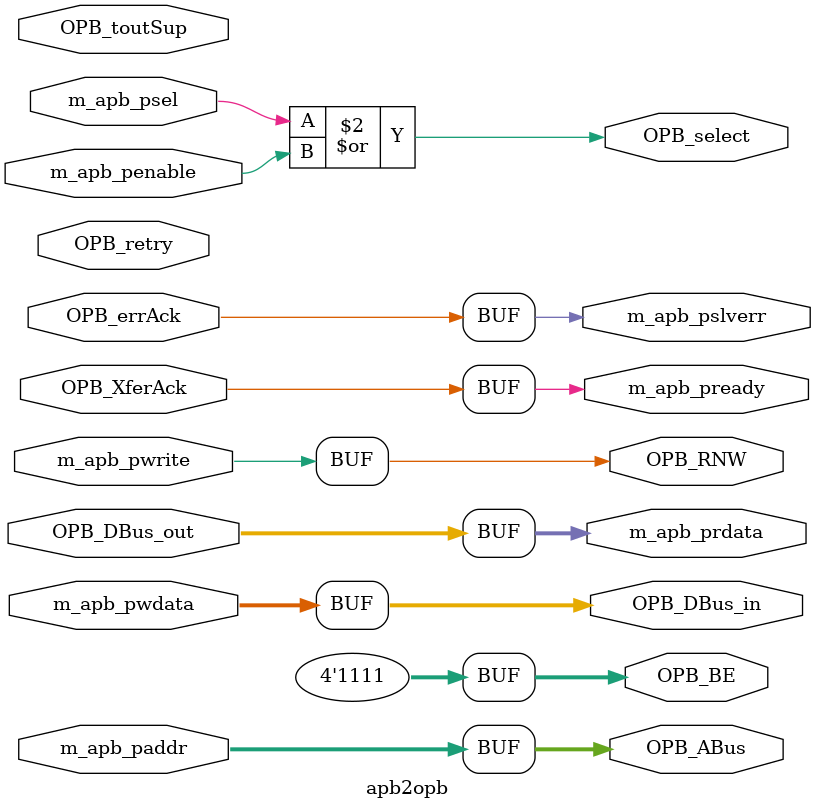
<source format=sv>
module apb2opb #(
	parameter int DATA_WIDTH = 32,
	parameter int ADDR_WIDTH = 32
) (
	// OPB intf
	output logic [ADDR_WIDTH-1:0] OPB_ABus     ,
	output logic [           3:0] OPB_BE       ,
	output logic [DATA_WIDTH-1:0] OPB_DBus_in  ,
	output logic                  OPB_RNW      ,
	output logic                  OPB_select   ,
	input  logic [DATA_WIDTH-1:0] OPB_DBus_out ,
	input  logic                  OPB_XferAck  ,
	input  logic                  OPB_retry    ,
	input  logic                  OPB_toutSup  ,
	input  logic                  OPB_errAck   ,
	// APB intf
	input  logic [ADDR_WIDTH-1:0] m_apb_paddr  ,
	input  logic                  m_apb_penable,
	output logic [DATA_WIDTH-1:0] m_apb_prdata ,
	output logic                  m_apb_pready ,
	input  logic                  m_apb_psel   ,
	output logic                  m_apb_pslverr,
	input  logic [DATA_WIDTH-1:0] m_apb_pwdata ,
	input  logic                  m_apb_pwrite
);

	always_comb begin : proc_wrap
		OPB_ABus      = m_apb_paddr;
		OPB_BE        = 4'hF;
		OPB_DBus_in   = m_apb_pwdata;
		OPB_RNW       = m_apb_pwrite; // You might want to invert this
		OPB_select    = m_apb_psel | m_apb_penable ; // Unsure If I want this or PENABLE
		m_apb_prdata  = OPB_DBus_out;
		m_apb_pready  = OPB_XferAck;
		m_apb_pslverr = OPB_errAck; // Not supported in original core anyway so doesn't matter
	end



endmodule
</source>
